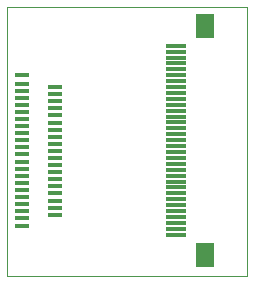
<source format=gtp>
G04*
G04 #@! TF.GenerationSoftware,Altium Limited,Altium Designer,19.1.5 (86)*
G04*
G04 Layer_Color=8421504*
%FSLAX24Y24*%
%MOIN*%
G70*
G01*
G75*
%ADD11C,0.0039*%
%ADD13R,0.0472X0.0118*%
%ADD14R,0.0472X0.0157*%
%ADD15R,0.0709X0.0118*%
%ADD16R,0.0591X0.0787*%
D11*
X0Y0D02*
X8000D01*
Y8950D01*
X0D02*
X8000D01*
X0Y8950D02*
X0Y8950D01*
X0Y0D02*
Y8950D01*
D13*
X498Y6403D02*
D03*
Y6167D02*
D03*
Y5930D02*
D03*
Y5694D02*
D03*
Y5458D02*
D03*
Y5222D02*
D03*
Y4985D02*
D03*
Y4749D02*
D03*
Y4513D02*
D03*
Y4277D02*
D03*
Y4041D02*
D03*
Y3804D02*
D03*
Y3568D02*
D03*
Y3332D02*
D03*
Y3096D02*
D03*
Y2859D02*
D03*
Y2623D02*
D03*
Y2387D02*
D03*
Y2151D02*
D03*
Y1915D02*
D03*
X1600Y2033D02*
D03*
Y2269D02*
D03*
Y2505D02*
D03*
Y2741D02*
D03*
Y2978D02*
D03*
Y3214D02*
D03*
Y3450D02*
D03*
Y3686D02*
D03*
Y3922D02*
D03*
Y4159D02*
D03*
Y4395D02*
D03*
Y4631D02*
D03*
Y4867D02*
D03*
Y5104D02*
D03*
Y5340D02*
D03*
Y5576D02*
D03*
Y5812D02*
D03*
Y6048D02*
D03*
Y6285D02*
D03*
D14*
X498Y6678D02*
D03*
Y1639D02*
D03*
D15*
X5650Y1366D02*
D03*
Y1563D02*
D03*
Y1760D02*
D03*
Y1957D02*
D03*
Y2154D02*
D03*
Y2350D02*
D03*
Y2547D02*
D03*
Y2744D02*
D03*
Y2941D02*
D03*
Y3138D02*
D03*
Y3335D02*
D03*
Y3532D02*
D03*
Y3728D02*
D03*
Y3925D02*
D03*
Y4122D02*
D03*
Y4319D02*
D03*
Y4516D02*
D03*
Y4713D02*
D03*
Y4909D02*
D03*
Y5106D02*
D03*
Y5303D02*
D03*
Y5500D02*
D03*
Y5697D02*
D03*
Y5894D02*
D03*
Y6090D02*
D03*
Y6287D02*
D03*
Y6484D02*
D03*
Y6681D02*
D03*
Y6878D02*
D03*
Y7075D02*
D03*
Y7272D02*
D03*
Y7469D02*
D03*
Y7665D02*
D03*
D16*
X6615Y8335D02*
D03*
Y697D02*
D03*
M02*

</source>
